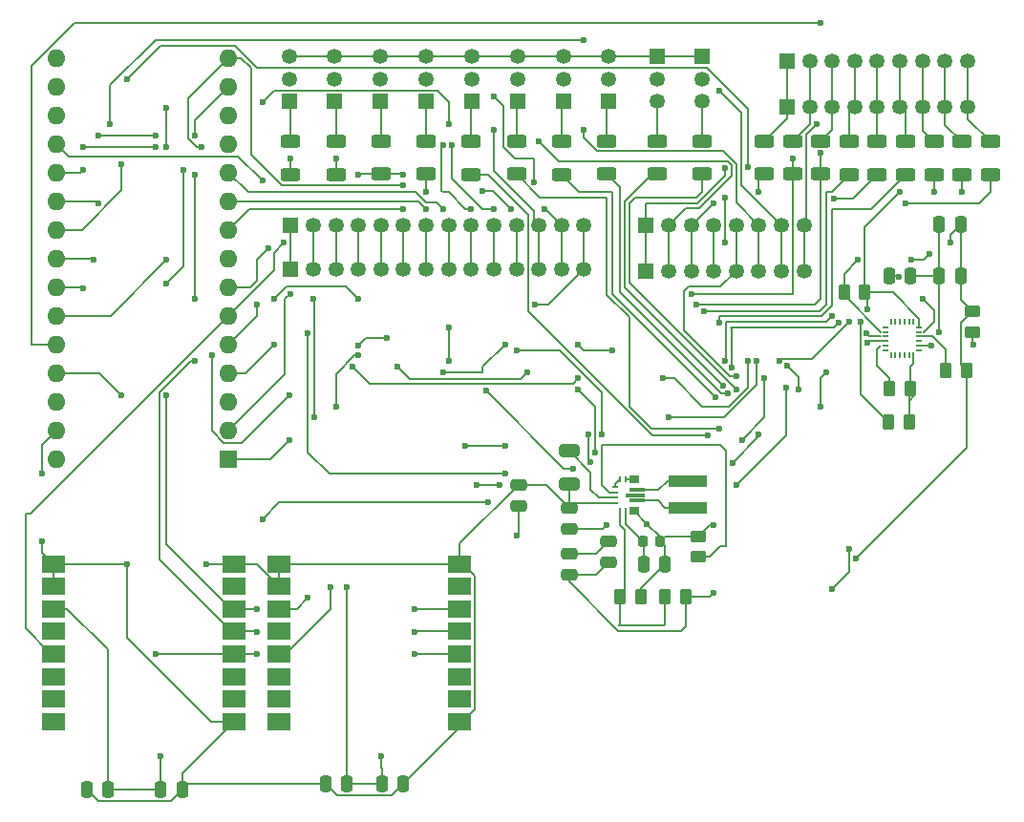
<source format=gbr>
%TF.GenerationSoftware,KiCad,Pcbnew,9.0.3*%
%TF.CreationDate,2025-07-24T22:11:21+07:00*%
%TF.ProjectId,flying thing that crashes,666c7969-6e67-4207-9468-696e67207468,rev?*%
%TF.SameCoordinates,Original*%
%TF.FileFunction,Copper,L1,Top*%
%TF.FilePolarity,Positive*%
%FSLAX45Y45*%
G04 Gerber Fmt 4.5, Leading zero omitted, Abs format (unit mm)*
G04 Created by KiCad (PCBNEW 9.0.3) date 2025-07-24 22:11:21*
%MOMM*%
%LPD*%
G01*
G04 APERTURE LIST*
G04 Aperture macros list*
%AMRoundRect*
0 Rectangle with rounded corners*
0 $1 Rounding radius*
0 $2 $3 $4 $5 $6 $7 $8 $9 X,Y pos of 4 corners*
0 Add a 4 corners polygon primitive as box body*
4,1,4,$2,$3,$4,$5,$6,$7,$8,$9,$2,$3,0*
0 Add four circle primitives for the rounded corners*
1,1,$1+$1,$2,$3*
1,1,$1+$1,$4,$5*
1,1,$1+$1,$6,$7*
1,1,$1+$1,$8,$9*
0 Add four rect primitives between the rounded corners*
20,1,$1+$1,$2,$3,$4,$5,0*
20,1,$1+$1,$4,$5,$6,$7,0*
20,1,$1+$1,$6,$7,$8,$9,0*
20,1,$1+$1,$8,$9,$2,$3,0*%
G04 Aperture macros list end*
%TA.AperFunction,SMDPad,CuDef*%
%ADD10RoundRect,0.250000X0.625000X-0.312500X0.625000X0.312500X-0.625000X0.312500X-0.625000X-0.312500X0*%
%TD*%
%TA.AperFunction,ComponentPad*%
%ADD11R,1.350000X1.350000*%
%TD*%
%TA.AperFunction,ComponentPad*%
%ADD12C,1.350000*%
%TD*%
%TA.AperFunction,SMDPad,CuDef*%
%ADD13RoundRect,0.250000X0.262500X0.450000X-0.262500X0.450000X-0.262500X-0.450000X0.262500X-0.450000X0*%
%TD*%
%TA.AperFunction,SMDPad,CuDef*%
%ADD14RoundRect,0.250000X-0.250000X-0.475000X0.250000X-0.475000X0.250000X0.475000X-0.250000X0.475000X0*%
%TD*%
%TA.AperFunction,SMDPad,CuDef*%
%ADD15R,2.000000X1.500000*%
%TD*%
%TA.AperFunction,SMDPad,CuDef*%
%ADD16RoundRect,0.250000X-0.262500X-0.450000X0.262500X-0.450000X0.262500X0.450000X-0.262500X0.450000X0*%
%TD*%
%TA.AperFunction,SMDPad,CuDef*%
%ADD17R,3.400000X0.980000*%
%TD*%
%TA.AperFunction,ComponentPad*%
%ADD18R,1.600000X1.600000*%
%TD*%
%TA.AperFunction,ComponentPad*%
%ADD19O,1.600000X1.600000*%
%TD*%
%TA.AperFunction,SMDPad,CuDef*%
%ADD20R,0.599999X0.240000*%
%TD*%
%TA.AperFunction,SMDPad,CuDef*%
%ADD21R,0.240000X0.599999*%
%TD*%
%TA.AperFunction,SMDPad,CuDef*%
%ADD22R,0.850001X0.700001*%
%TD*%
%TA.AperFunction,SMDPad,CuDef*%
%ADD23R,1.450000X0.349999*%
%TD*%
%TA.AperFunction,SMDPad,CuDef*%
%ADD24R,1.799999X0.349999*%
%TD*%
%TA.AperFunction,SMDPad,CuDef*%
%ADD25RoundRect,0.250000X0.650000X-0.325000X0.650000X0.325000X-0.650000X0.325000X-0.650000X-0.325000X0*%
%TD*%
%TA.AperFunction,SMDPad,CuDef*%
%ADD26RoundRect,0.225000X-0.225000X-0.250000X0.225000X-0.250000X0.225000X0.250000X-0.225000X0.250000X0*%
%TD*%
%TA.AperFunction,SMDPad,CuDef*%
%ADD27RoundRect,0.250000X0.475000X-0.250000X0.475000X0.250000X-0.475000X0.250000X-0.475000X-0.250000X0*%
%TD*%
%TA.AperFunction,SMDPad,CuDef*%
%ADD28RoundRect,0.250000X-0.450000X0.262500X-0.450000X-0.262500X0.450000X-0.262500X0.450000X0.262500X0*%
%TD*%
%TA.AperFunction,SMDPad,CuDef*%
%ADD29RoundRect,0.250000X-0.475000X0.250000X-0.475000X-0.250000X0.475000X-0.250000X0.475000X0.250000X0*%
%TD*%
%TA.AperFunction,SMDPad,CuDef*%
%ADD30RoundRect,0.050000X-0.050000X0.225000X-0.050000X-0.225000X0.050000X-0.225000X0.050000X0.225000X0*%
%TD*%
%TA.AperFunction,SMDPad,CuDef*%
%ADD31RoundRect,0.050000X-0.225000X-0.050000X0.225000X-0.050000X0.225000X0.050000X-0.225000X0.050000X0*%
%TD*%
%TA.AperFunction,SMDPad,CuDef*%
%ADD32RoundRect,0.250000X0.250000X0.475000X-0.250000X0.475000X-0.250000X-0.475000X0.250000X-0.475000X0*%
%TD*%
%TA.AperFunction,ViaPad*%
%ADD33C,0.600000*%
%TD*%
%TA.AperFunction,Conductor*%
%ADD34C,0.200000*%
%TD*%
%TA.AperFunction,Conductor*%
%ADD35C,0.150000*%
%TD*%
G04 APERTURE END LIST*
D10*
%TO.P,R7,1*%
%TO.N,PWM 3*%
X6150000Y-3146000D03*
%TO.P,R7,2*%
%TO.N,Net-(M2-PWM)*%
X6150000Y-2853500D03*
%TD*%
D11*
%TO.P,M5,1,PWM*%
%TO.N,Net-(M5-PWM)*%
X4950000Y-2496000D03*
D12*
%TO.P,M5,2,+*%
%TO.N,MVIN*%
X4950000Y-2296000D03*
%TO.P,M5,3,-*%
%TO.N,GND*%
X4950000Y-2096000D03*
%TD*%
D10*
%TO.P,R15,1*%
%TO.N,PWM 13*%
X9450000Y-3146000D03*
%TO.P,R15,2*%
%TO.N,Net-(J3-Pin_7)*%
X9450000Y-2853500D03*
%TD*%
%TO.P,R4,1*%
%TO.N,PWM 6*%
X4950000Y-3138500D03*
%TO.P,R4,2*%
%TO.N,Net-(M5-PWM)*%
X4950000Y-2846000D03*
%TD*%
%TO.P,R34,1*%
%TO.N,PWM 9*%
X3750000Y-3146000D03*
%TO.P,R34,2*%
%TO.N,Net-(M8-PWM)*%
X3750000Y-2853500D03*
%TD*%
D11*
%TO.P,J1,1,Pin_1*%
%TO.N,GND*%
X6995000Y-2096000D03*
D12*
%TO.P,J1,2,Pin_2*%
%TO.N,MVIN*%
X6995000Y-2296000D03*
%TO.P,J1,3,Pin_3*%
%TO.N,Net-(J1-Pin_3)*%
X6995000Y-2496000D03*
%TD*%
D13*
%TO.P,R31,1*%
%TO.N,3V3*%
X9741250Y-4881000D03*
%TO.P,R31,2*%
%TO.N,NCS*%
X9558750Y-4881000D03*
%TD*%
D10*
%TO.P,R16,1*%
%TO.N,PWM 14*%
X9700000Y-3146000D03*
%TO.P,R16,2*%
%TO.N,Net-(J3-Pin_8)*%
X9700000Y-2853500D03*
%TD*%
D14*
%TO.P,C19,1*%
%TO.N,3V3*%
X2600000Y-8600000D03*
%TO.P,C19,2*%
%TO.N,GND*%
X2790000Y-8600000D03*
%TD*%
D11*
%TO.P,J2,1,Pin_1*%
%TO.N,GND*%
X7400000Y-2096000D03*
D12*
%TO.P,J2,2,Pin_2*%
%TO.N,MVIN*%
X7400000Y-2296000D03*
%TO.P,J2,3,Pin_3*%
%TO.N,Net-(J2-Pin_3)*%
X7400000Y-2496000D03*
%TD*%
D15*
%TO.P,U3,1,GND*%
%TO.N,GND*%
X1650000Y-6596000D03*
%TO.P,U3,2,GND*%
X1650000Y-6796000D03*
%TO.P,U3,3,VDD*%
%TO.N,3V3*%
X1650000Y-6996000D03*
%TO.P,U3,4,~{RESET}*%
%TO.N,RSTL2*%
X1650000Y-7196000D03*
%TO.P,U3,5,DIO0*%
%TO.N,D3*%
X1650000Y-7396000D03*
%TO.P,U3,6,DIO1*%
%TO.N,unconnected-(U3-DIO1-Pad6)*%
X1650000Y-7596000D03*
%TO.P,U3,7,DIO2*%
%TO.N,unconnected-(U3-DIO2-Pad7)*%
X1650000Y-7796000D03*
%TO.P,U3,8,DIO3*%
%TO.N,unconnected-(U3-DIO3-Pad8)*%
X1650000Y-7996000D03*
%TO.P,U3,9,GND*%
%TO.N,GND*%
X3250000Y-7996000D03*
%TO.P,U3,10,DIO4*%
%TO.N,unconnected-(U3-DIO4-Pad10)*%
X3250000Y-7796000D03*
%TO.P,U3,11,DIO5*%
%TO.N,unconnected-(U3-DIO5-Pad11)*%
X3250000Y-7596000D03*
%TO.P,U3,12,SCK*%
%TO.N,D13*%
X3250000Y-7396000D03*
%TO.P,U3,13,MISO*%
%TO.N,D12*%
X3250000Y-7196000D03*
%TO.P,U3,14,MOSI*%
%TO.N,D11*%
X3250000Y-6996000D03*
%TO.P,U3,15,~{NSS}*%
%TO.N,SSLR2*%
X3250000Y-6796000D03*
%TO.P,U3,16,GND*%
%TO.N,GND*%
X3250000Y-6596000D03*
%TD*%
D16*
%TO.P,R27,1*%
%TO.N,3V3*%
X8657500Y-4189750D03*
%TO.P,R27,2*%
%TO.N,A4*%
X8840000Y-4189750D03*
%TD*%
D10*
%TO.P,R33,1*%
%TO.N,PWM 8*%
X4150000Y-3146000D03*
%TO.P,R33,2*%
%TO.N,Net-(M7-PWM)*%
X4150000Y-2853500D03*
%TD*%
D14*
%TO.P,C14,1*%
%TO.N,GND*%
X9500000Y-3589750D03*
%TO.P,C14,2*%
%TO.N,3V3*%
X9690000Y-3589750D03*
%TD*%
D17*
%TO.P,L1,1,1*%
%TO.N,Net-(U6-L1)*%
X7268250Y-5859500D03*
%TO.P,L1,2,2*%
%TO.N,Net-(U6-L2)*%
X7268250Y-6096500D03*
%TD*%
D11*
%TO.P,M3,1,PWM*%
%TO.N,Net-(M3-PWM)*%
X5760000Y-2496000D03*
D12*
%TO.P,M3,2,+*%
%TO.N,MVIN*%
X5760000Y-2296000D03*
%TO.P,M3,3,-*%
%TO.N,GND*%
X5760000Y-2096000D03*
%TD*%
D10*
%TO.P,R13,1*%
%TO.N,PWM 11*%
X8950000Y-3146000D03*
%TO.P,R13,2*%
%TO.N,Net-(J3-Pin_5)*%
X8950000Y-2853500D03*
%TD*%
D11*
%TO.P,M6,1,PWM*%
%TO.N,Net-(M6-PWM)*%
X4545000Y-2496000D03*
D12*
%TO.P,M6,2,+*%
%TO.N,MVIN*%
X4545000Y-2296000D03*
%TO.P,M6,3,-*%
%TO.N,GND*%
X4545000Y-2096000D03*
%TD*%
D16*
%TO.P,R30,1*%
%TO.N,AD0*%
X9050000Y-5339750D03*
%TO.P,R30,2*%
%TO.N,GND*%
X9232500Y-5339750D03*
%TD*%
D11*
%TO.P,J7,1,Pin_1*%
%TO.N,D0*%
X3750000Y-3981000D03*
D12*
%TO.P,J7,2,Pin_2*%
%TO.N,D1*%
X3950000Y-3981000D03*
%TO.P,J7,3,Pin_3*%
%TO.N,D2*%
X4150000Y-3981000D03*
%TO.P,J7,4,Pin_4*%
%TO.N,D3*%
X4350000Y-3981000D03*
%TO.P,J7,5,Pin_5*%
%TO.N,D4*%
X4550000Y-3981000D03*
%TO.P,J7,6,Pin_6*%
%TO.N,D5*%
X4750000Y-3981000D03*
%TO.P,J7,7,Pin_7*%
%TO.N,D6*%
X4950000Y-3981000D03*
%TO.P,J7,8,Pin_8*%
%TO.N,D7*%
X5150000Y-3981000D03*
%TO.P,J7,9,Pin_9*%
%TO.N,D8*%
X5350000Y-3981000D03*
%TO.P,J7,10,Pin_10*%
%TO.N,D9*%
X5550000Y-3981000D03*
%TO.P,J7,11,Pin_11*%
%TO.N,D10*%
X5750000Y-3981000D03*
%TO.P,J7,12,Pin_12*%
%TO.N,D11*%
X5950000Y-3981000D03*
%TO.P,J7,13,Pin_13*%
%TO.N,D12*%
X6150000Y-3981000D03*
%TO.P,J7,14,Pin_14*%
%TO.N,D13*%
X6350000Y-3981000D03*
%TD*%
D10*
%TO.P,R32,1*%
%TO.N,PWM 7*%
X4550000Y-3138500D03*
%TO.P,R32,2*%
%TO.N,Net-(M6-PWM)*%
X4550000Y-2846000D03*
%TD*%
D11*
%TO.P,M1,1,PWM*%
%TO.N,Net-(M1-PWM)*%
X6570000Y-2496000D03*
D12*
%TO.P,M1,2,+*%
%TO.N,MVIN*%
X6570000Y-2296000D03*
%TO.P,M1,3,-*%
%TO.N,GND*%
X6570000Y-2096000D03*
%TD*%
D18*
%TO.P,A1,1,D1/TX*%
%TO.N,D1*%
X3200000Y-5666000D03*
D19*
%TO.P,A1,2,D0/RX*%
%TO.N,D0*%
X3200000Y-5412000D03*
%TO.P,A1,3,~{RESET}*%
%TO.N,unconnected-(A1-~{RESET}-Pad3)*%
X3200000Y-5158000D03*
%TO.P,A1,4,GND*%
%TO.N,GND*%
X3200000Y-4904000D03*
%TO.P,A1,5,D2*%
%TO.N,D2*%
X3200000Y-4650000D03*
%TO.P,A1,6,D3*%
%TO.N,D3*%
X3200000Y-4396000D03*
%TO.P,A1,7,D4*%
%TO.N,D4*%
X3200000Y-4142000D03*
%TO.P,A1,8,D5*%
%TO.N,D5*%
X3200000Y-3888000D03*
%TO.P,A1,9,D6*%
%TO.N,D6*%
X3200000Y-3634000D03*
%TO.P,A1,10,D7*%
%TO.N,D7*%
X3200000Y-3380000D03*
%TO.P,A1,11,D8*%
%TO.N,D8*%
X3200000Y-3126000D03*
%TO.P,A1,12,D9*%
%TO.N,D9*%
X3200000Y-2872000D03*
%TO.P,A1,13,D10*%
%TO.N,D10*%
X3200000Y-2618000D03*
%TO.P,A1,14,D11*%
%TO.N,D11*%
X3200000Y-2364000D03*
%TO.P,A1,15,D12*%
%TO.N,D12*%
X3200000Y-2110000D03*
%TO.P,A1,16,D13*%
%TO.N,D13*%
X1676000Y-2110000D03*
%TO.P,A1,17,3V3*%
%TO.N,unconnected-(A1-3V3-Pad17)*%
X1676000Y-2364000D03*
%TO.P,A1,18,AREF*%
%TO.N,AREF*%
X1676000Y-2618000D03*
%TO.P,A1,19,A0*%
%TO.N,A0*%
X1676000Y-2872000D03*
%TO.P,A1,20,A1*%
%TO.N,A1*%
X1676000Y-3126000D03*
%TO.P,A1,21,A2*%
%TO.N,A2*%
X1676000Y-3380000D03*
%TO.P,A1,22,A3*%
%TO.N,A3*%
X1676000Y-3634000D03*
%TO.P,A1,23,A4*%
%TO.N,A4*%
X1676000Y-3888000D03*
%TO.P,A1,24,A5*%
%TO.N,A5*%
X1676000Y-4142000D03*
%TO.P,A1,25,A6*%
%TO.N,A6*%
X1676000Y-4396000D03*
%TO.P,A1,26,A7*%
%TO.N,A7*%
X1676000Y-4650000D03*
%TO.P,A1,27,+5V*%
%TO.N,5V*%
X1676000Y-4904000D03*
%TO.P,A1,28,~{RESET}*%
%TO.N,unconnected-(A1-~{RESET}-Pad28)*%
X1676000Y-5158000D03*
%TO.P,A1,29,GND*%
%TO.N,GND*%
X1676000Y-5412000D03*
%TO.P,A1,30,VIN*%
%TO.N,unconnected-(A1-VIN-Pad30)*%
X1676000Y-5666000D03*
%TD*%
D20*
%TO.P,U6,1,PS_SYNC*%
%TO.N,GND*%
X6625750Y-5911500D03*
%TO.P,U6,2,PG*%
%TO.N,Net-(U6-PG)*%
X6625750Y-5961500D03*
%TO.P,U6,3,VAUX*%
%TO.N,Net-(U6-VAUX)*%
X6625750Y-6011500D03*
%TO.P,U6,4,GND*%
%TO.N,GND*%
X6625750Y-6061500D03*
D21*
%TO.P,U6,5,FB*%
%TO.N,Net-(U6-FB)*%
X6668250Y-6126500D03*
%TO.P,U6,6,FB2*%
%TO.N,GND*%
X6718250Y-6126500D03*
D22*
%TO.P,U6,7,VOUT*%
%TO.N,5V*%
X6793250Y-6126500D03*
%TO.P,U6,8,VOUT*%
X6793250Y-6126500D03*
D23*
%TO.P,U6,9,L2*%
%TO.N,Net-(U6-L2)*%
X6818250Y-6036500D03*
D24*
%TO.P,U6,10,PGND*%
%TO.N,GND*%
X6800750Y-5986500D03*
D23*
%TO.P,U6,11,L1*%
%TO.N,Net-(U6-L1)*%
X6818250Y-5936500D03*
D22*
%TO.P,U6,12,VIN*%
%TO.N,VIN*%
X6793250Y-5846500D03*
%TO.P,U6,13,VIN*%
X6793250Y-5846500D03*
D21*
%TO.P,U6,14,EN*%
X6718250Y-5846500D03*
%TO.P,U6,15,VSEL*%
%TO.N,GND*%
X6668250Y-5846500D03*
%TD*%
D14*
%TO.P,C17,1*%
%TO.N,GND*%
X4060000Y-8550000D03*
%TO.P,C17,2*%
%TO.N,3V3*%
X4250000Y-8550000D03*
%TD*%
D25*
%TO.P,C8,1*%
%TO.N,GND*%
X6218250Y-5891500D03*
%TO.P,C8,2*%
%TO.N,Net-(U6-VAUX)*%
X6218250Y-5596500D03*
%TD*%
D13*
%TO.P,R18,1*%
%TO.N,5V*%
X6850750Y-6891500D03*
%TO.P,R18,2*%
%TO.N,Net-(U6-FB)*%
X6668250Y-6891500D03*
%TD*%
D11*
%TO.P,M7,1,PWM*%
%TO.N,Net-(M7-PWM)*%
X4140000Y-2496000D03*
D12*
%TO.P,M7,2,+*%
%TO.N,MVIN*%
X4140000Y-2296000D03*
%TO.P,M7,3,-*%
%TO.N,GND*%
X4140000Y-2096000D03*
%TD*%
D14*
%TO.P,C13,1*%
%TO.N,GND*%
X9500000Y-4039750D03*
%TO.P,C13,2*%
%TO.N,3V3*%
X9690000Y-4039750D03*
%TD*%
D16*
%TO.P,R19,1*%
%TO.N,Net-(U6-FB)*%
X7068250Y-6886500D03*
%TO.P,R19,2*%
%TO.N,GND*%
X7250750Y-6886500D03*
%TD*%
D10*
%TO.P,R2,1*%
%TO.N,PWM 0*%
X7000000Y-3138500D03*
%TO.P,R2,2*%
%TO.N,Net-(J1-Pin_3)*%
X7000000Y-2846000D03*
%TD*%
D16*
%TO.P,R29,1*%
%TO.N,FSYNC*%
X9057500Y-5039750D03*
%TO.P,R29,2*%
%TO.N,GND*%
X9240000Y-5039750D03*
%TD*%
D11*
%TO.P,J8,1,Pin_1*%
%TO.N,D0*%
X3750000Y-3596000D03*
D12*
%TO.P,J8,2,Pin_2*%
%TO.N,D1*%
X3950000Y-3596000D03*
%TO.P,J8,3,Pin_3*%
%TO.N,D2*%
X4150000Y-3596000D03*
%TO.P,J8,4,Pin_4*%
%TO.N,D3*%
X4350000Y-3596000D03*
%TO.P,J8,5,Pin_5*%
%TO.N,D4*%
X4550000Y-3596000D03*
%TO.P,J8,6,Pin_6*%
%TO.N,D5*%
X4750000Y-3596000D03*
%TO.P,J8,7,Pin_7*%
%TO.N,D6*%
X4950000Y-3596000D03*
%TO.P,J8,8,Pin_8*%
%TO.N,D7*%
X5150000Y-3596000D03*
%TO.P,J8,9,Pin_9*%
%TO.N,D8*%
X5350000Y-3596000D03*
%TO.P,J8,10,Pin_10*%
%TO.N,D9*%
X5550000Y-3596000D03*
%TO.P,J8,11,Pin_11*%
%TO.N,D10*%
X5750000Y-3596000D03*
%TO.P,J8,12,Pin_12*%
%TO.N,D11*%
X5950000Y-3596000D03*
%TO.P,J8,13,Pin_13*%
%TO.N,D12*%
X6150000Y-3596000D03*
%TO.P,J8,14,Pin_14*%
%TO.N,D13*%
X6350000Y-3596000D03*
%TD*%
D26*
%TO.P,C9,1*%
%TO.N,GND*%
X6868250Y-6396500D03*
%TO.P,C9,2*%
%TO.N,5V*%
X7023250Y-6396500D03*
%TD*%
D27*
%TO.P,C12,1*%
%TO.N,5V*%
X6218250Y-6286500D03*
%TO.P,C12,2*%
%TO.N,GND*%
X6218250Y-6096500D03*
%TD*%
D28*
%TO.P,R28,1*%
%TO.N,3V3*%
X9790000Y-4357250D03*
%TO.P,R28,2*%
%TO.N,A5*%
X9790000Y-4539750D03*
%TD*%
D29*
%TO.P,C7,1*%
%TO.N,VIN*%
X6218250Y-6506500D03*
%TO.P,C7,2*%
%TO.N,GND*%
X6218250Y-6696500D03*
%TD*%
D10*
%TO.P,R8,1*%
%TO.N,PWM 2*%
X6550000Y-3138500D03*
%TO.P,R8,2*%
%TO.N,Net-(M1-PWM)*%
X6550000Y-2846000D03*
%TD*%
%TO.P,R14,1*%
%TO.N,PWM 12*%
X9200000Y-3146000D03*
%TO.P,R14,2*%
%TO.N,Net-(J3-Pin_6)*%
X9200000Y-2853500D03*
%TD*%
D11*
%TO.P,J5,1,Pin_1*%
%TO.N,A0*%
X6900000Y-4000000D03*
D12*
%TO.P,J5,2,Pin_2*%
%TO.N,A1*%
X7100000Y-4000000D03*
%TO.P,J5,3,Pin_3*%
%TO.N,A2*%
X7300000Y-4000000D03*
%TO.P,J5,4,Pin_4*%
%TO.N,A3*%
X7500000Y-4000000D03*
%TO.P,J5,5,Pin_5*%
%TO.N,A4*%
X7700000Y-4000000D03*
%TO.P,J5,6,Pin_6*%
%TO.N,A5*%
X7900000Y-4000000D03*
%TO.P,J5,7,Pin_7*%
%TO.N,A6*%
X8100000Y-4000000D03*
%TO.P,J5,8,Pin_8*%
%TO.N,A7*%
X8300000Y-4000000D03*
%TD*%
D10*
%TO.P,R12,1*%
%TO.N,PWM 10*%
X8700000Y-3146000D03*
%TO.P,R12,2*%
%TO.N,Net-(J3-Pin_4)*%
X8700000Y-2853500D03*
%TD*%
D11*
%TO.P,M8,1,PWM*%
%TO.N,Net-(M8-PWM)*%
X3735000Y-2496000D03*
D12*
%TO.P,M8,2,+*%
%TO.N,MVIN*%
X3735000Y-2296000D03*
%TO.P,M8,3,-*%
%TO.N,GND*%
X3735000Y-2096000D03*
%TD*%
D14*
%TO.P,C15,1*%
%TO.N,Net-(U5-REGOUT)*%
X9055000Y-4039750D03*
%TO.P,C15,2*%
%TO.N,GND*%
X9245000Y-4039750D03*
%TD*%
%TO.P,C16,1*%
%TO.N,3V3*%
X4560000Y-8550000D03*
%TO.P,C16,2*%
%TO.N,GND*%
X4750000Y-8550000D03*
%TD*%
%TO.P,C18,1*%
%TO.N,GND*%
X1940000Y-8600000D03*
%TO.P,C18,2*%
%TO.N,3V3*%
X2130000Y-8600000D03*
%TD*%
D15*
%TO.P,U2,1,GND*%
%TO.N,GND*%
X3650000Y-6596000D03*
%TO.P,U2,2,GND*%
X3650000Y-6796000D03*
%TO.P,U2,3,VDD*%
%TO.N,3V3*%
X3650000Y-6996000D03*
%TO.P,U2,4,~{RESET}*%
%TO.N,RSTL1*%
X3650000Y-7196000D03*
%TO.P,U2,5,DIO0*%
%TO.N,D4*%
X3650000Y-7396000D03*
%TO.P,U2,6,DIO1*%
%TO.N,unconnected-(U2-DIO1-Pad6)*%
X3650000Y-7596000D03*
%TO.P,U2,7,DIO2*%
%TO.N,unconnected-(U2-DIO2-Pad7)*%
X3650000Y-7796000D03*
%TO.P,U2,8,DIO3*%
%TO.N,unconnected-(U2-DIO3-Pad8)*%
X3650000Y-7996000D03*
%TO.P,U2,9,GND*%
%TO.N,GND*%
X5250000Y-7996000D03*
%TO.P,U2,10,DIO4*%
%TO.N,unconnected-(U2-DIO4-Pad10)*%
X5250000Y-7796000D03*
%TO.P,U2,11,DIO5*%
%TO.N,unconnected-(U2-DIO5-Pad11)*%
X5250000Y-7596000D03*
%TO.P,U2,12,SCK*%
%TO.N,D13*%
X5250000Y-7396000D03*
%TO.P,U2,13,MISO*%
%TO.N,D12*%
X5250000Y-7196000D03*
%TO.P,U2,14,MOSI*%
%TO.N,D11*%
X5250000Y-6996000D03*
%TO.P,U2,15,~{NSS}*%
%TO.N,SSLR1*%
X5250000Y-6796000D03*
%TO.P,U2,16,GND*%
%TO.N,GND*%
X5250000Y-6596000D03*
%TD*%
D30*
%TO.P,U5,1,RESV_VDDIO*%
%TO.N,3V3*%
X9270000Y-4450000D03*
%TO.P,U5,2*%
%TO.N,N/C*%
X9230000Y-4450000D03*
%TO.P,U5,3*%
X9190000Y-4450000D03*
%TO.P,U5,4*%
X9150000Y-4450000D03*
%TO.P,U5,5*%
X9110000Y-4450000D03*
%TO.P,U5,6*%
X9070000Y-4450000D03*
D31*
%TO.P,U5,7,AUX_CL*%
%TO.N,ECL*%
X9020000Y-4500000D03*
%TO.P,U5,8,VDDIO*%
%TO.N,3V3*%
X9020000Y-4540000D03*
%TO.P,U5,9,AD0/MISO*%
%TO.N,AD0*%
X9020000Y-4580000D03*
%TO.P,U5,10,REGOUT*%
%TO.N,Net-(U5-REGOUT)*%
X9020000Y-4620000D03*
%TO.P,U5,11,FSYNC*%
%TO.N,FSYNC*%
X9020000Y-4660000D03*
%TO.P,U5,12,INT*%
%TO.N,unconnected-(U5-INT-Pad12)*%
X9020000Y-4700000D03*
D30*
%TO.P,U5,13,VDD*%
%TO.N,3V3*%
X9070000Y-4750000D03*
%TO.P,U5,14*%
%TO.N,N/C*%
X9110000Y-4750000D03*
%TO.P,U5,15*%
X9150000Y-4750000D03*
%TO.P,U5,16*%
X9190000Y-4750000D03*
%TO.P,U5,17*%
X9230000Y-4750000D03*
%TO.P,U5,18,GND*%
%TO.N,GND*%
X9270000Y-4750000D03*
D31*
%TO.P,U5,19*%
%TO.N,N/C*%
X9320000Y-4700000D03*
%TO.P,U5,20,RESV_GND*%
%TO.N,GND*%
X9320000Y-4660000D03*
%TO.P,U5,21,AUX_DA*%
%TO.N,EDA*%
X9320000Y-4620000D03*
%TO.P,U5,22,~{CS}*%
%TO.N,NCS*%
X9320000Y-4580000D03*
%TO.P,U5,23,SCL/SCLK*%
%TO.N,A5*%
X9320000Y-4540000D03*
%TO.P,U5,24,SDA/MOSI*%
%TO.N,A4*%
X9320000Y-4500000D03*
%TD*%
D27*
%TO.P,C6,1*%
%TO.N,GND*%
X6568250Y-6586500D03*
%TO.P,C6,2*%
%TO.N,VIN*%
X6568250Y-6396500D03*
%TD*%
D11*
%TO.P,J4,1,Pin_1*%
%TO.N,Net-(J3-Pin_1)*%
X8150000Y-2141000D03*
D12*
%TO.P,J4,2,Pin_2*%
%TO.N,Net-(J3-Pin_2)*%
X8350000Y-2141000D03*
%TO.P,J4,3,Pin_3*%
%TO.N,Net-(J3-Pin_3)*%
X8550000Y-2141000D03*
%TO.P,J4,4,Pin_4*%
%TO.N,Net-(J3-Pin_4)*%
X8750000Y-2141000D03*
%TO.P,J4,5,Pin_5*%
%TO.N,Net-(J3-Pin_5)*%
X8950000Y-2141000D03*
%TO.P,J4,6,Pin_6*%
%TO.N,Net-(J3-Pin_6)*%
X9150000Y-2141000D03*
%TO.P,J4,7,Pin_7*%
%TO.N,Net-(J3-Pin_7)*%
X9350000Y-2141000D03*
%TO.P,J4,8,Pin_8*%
%TO.N,Net-(J3-Pin_8)*%
X9550000Y-2141000D03*
%TO.P,J4,9,Pin_9*%
%TO.N,Net-(J3-Pin_9)*%
X9750000Y-2141000D03*
%TD*%
D28*
%TO.P,R20,1*%
%TO.N,5V*%
X7359500Y-6354000D03*
%TO.P,R20,2*%
%TO.N,Net-(U6-PG)*%
X7359500Y-6536500D03*
%TD*%
D11*
%TO.P,M2,1,PWM*%
%TO.N,Net-(M2-PWM)*%
X6165000Y-2496000D03*
D12*
%TO.P,M2,2,+*%
%TO.N,MVIN*%
X6165000Y-2296000D03*
%TO.P,M2,3,-*%
%TO.N,GND*%
X6165000Y-2096000D03*
%TD*%
D11*
%TO.P,J6,1,Pin_1*%
%TO.N,A0*%
X6900000Y-3595000D03*
D12*
%TO.P,J6,2,Pin_2*%
%TO.N,A1*%
X7100000Y-3595000D03*
%TO.P,J6,3,Pin_3*%
%TO.N,A2*%
X7300000Y-3595000D03*
%TO.P,J6,4,Pin_4*%
%TO.N,A3*%
X7500000Y-3595000D03*
%TO.P,J6,5,Pin_5*%
%TO.N,A4*%
X7700000Y-3595000D03*
%TO.P,J6,6,Pin_6*%
%TO.N,A5*%
X7900000Y-3595000D03*
%TO.P,J6,7,Pin_7*%
%TO.N,A6*%
X8100000Y-3595000D03*
%TO.P,J6,8,Pin_8*%
%TO.N,A7*%
X8300000Y-3595000D03*
%TD*%
D10*
%TO.P,R9,1*%
%TO.N,PWM 7*%
X7950000Y-3138500D03*
%TO.P,R9,2*%
%TO.N,Net-(J3-Pin_1)*%
X7950000Y-2846000D03*
%TD*%
D27*
%TO.P,C11,1*%
%TO.N,5V*%
X5768250Y-6086500D03*
%TO.P,C11,2*%
%TO.N,GND*%
X5768250Y-5896500D03*
%TD*%
D10*
%TO.P,R6,1*%
%TO.N,PWM 4*%
X5750000Y-3138500D03*
%TO.P,R6,2*%
%TO.N,Net-(M3-PWM)*%
X5750000Y-2846000D03*
%TD*%
%TO.P,R3,1*%
%TO.N,PWM 1*%
X7400000Y-3138500D03*
%TO.P,R3,2*%
%TO.N,Net-(J2-Pin_3)*%
X7400000Y-2846000D03*
%TD*%
%TO.P,R11,1*%
%TO.N,PWM 9*%
X8450000Y-3138500D03*
%TO.P,R11,2*%
%TO.N,Net-(J3-Pin_3)*%
X8450000Y-2846000D03*
%TD*%
D11*
%TO.P,J3,1,Pin_1*%
%TO.N,Net-(J3-Pin_1)*%
X8150000Y-2546000D03*
D12*
%TO.P,J3,2,Pin_2*%
%TO.N,Net-(J3-Pin_2)*%
X8350000Y-2546000D03*
%TO.P,J3,3,Pin_3*%
%TO.N,Net-(J3-Pin_3)*%
X8550000Y-2546000D03*
%TO.P,J3,4,Pin_4*%
%TO.N,Net-(J3-Pin_4)*%
X8750000Y-2546000D03*
%TO.P,J3,5,Pin_5*%
%TO.N,Net-(J3-Pin_5)*%
X8950000Y-2546000D03*
%TO.P,J3,6,Pin_6*%
%TO.N,Net-(J3-Pin_6)*%
X9150000Y-2546000D03*
%TO.P,J3,7,Pin_7*%
%TO.N,Net-(J3-Pin_7)*%
X9350000Y-2546000D03*
%TO.P,J3,8,Pin_8*%
%TO.N,Net-(J3-Pin_8)*%
X9550000Y-2546000D03*
%TO.P,J3,9,Pin_9*%
%TO.N,Net-(J3-Pin_9)*%
X9750000Y-2546000D03*
%TD*%
D10*
%TO.P,R5,1*%
%TO.N,PWM 5*%
X5350000Y-3146000D03*
%TO.P,R5,2*%
%TO.N,Net-(M4-PWM)*%
X5350000Y-2853500D03*
%TD*%
D32*
%TO.P,C10,1*%
%TO.N,5V*%
X7068250Y-6596500D03*
%TO.P,C10,2*%
%TO.N,GND*%
X6878250Y-6596500D03*
%TD*%
D10*
%TO.P,R10,1*%
%TO.N,PWM 8*%
X8200000Y-3138500D03*
%TO.P,R10,2*%
%TO.N,Net-(J3-Pin_2)*%
X8200000Y-2846000D03*
%TD*%
%TO.P,R17,1*%
%TO.N,PWM 15*%
X9950000Y-3146000D03*
%TO.P,R17,2*%
%TO.N,Net-(J3-Pin_9)*%
X9950000Y-2853500D03*
%TD*%
D11*
%TO.P,M4,1,PWM*%
%TO.N,Net-(M4-PWM)*%
X5355000Y-2496000D03*
D12*
%TO.P,M4,2,+*%
%TO.N,MVIN*%
X5355000Y-2296000D03*
%TO.P,M4,3,-*%
%TO.N,GND*%
X5355000Y-2096000D03*
%TD*%
D33*
%TO.N,D2*%
X3450000Y-4300000D03*
%TO.N,D9*%
X5350000Y-3450100D03*
X5100000Y-2879900D03*
%TO.N,5V*%
X6550000Y-6250000D03*
X5500000Y-6050000D03*
X7500000Y-6250000D03*
X8150000Y-4842500D03*
X6908375Y-6241625D03*
X3500000Y-6200000D03*
X5750000Y-6350000D03*
X8250000Y-5050000D03*
X2250000Y-5100000D03*
%TO.N,D8*%
X5100000Y-3450100D03*
%TO.N,D6*%
X4750000Y-3450100D03*
%TO.N,A7*%
X8409809Y-2700785D03*
X8450000Y-1800000D03*
%TO.N,D7*%
X4950000Y-3450100D03*
%TO.N,D10*%
X5550000Y-3450100D03*
X5180000Y-2879900D03*
%TO.N,D1*%
X3960000Y-5300000D03*
X3950000Y-4250000D03*
X3740000Y-5500000D03*
%TO.N,GND*%
X8550000Y-6817500D03*
X9500000Y-4539750D03*
X8700000Y-6467500D03*
X6600000Y-4700000D03*
X9432574Y-4657177D03*
X3000000Y-6600000D03*
X1550000Y-5800000D03*
X1550000Y-6400000D03*
X8450000Y-5200000D03*
X7500000Y-6850000D03*
X2300000Y-6600000D03*
X6300000Y-4650000D03*
X8500000Y-4900000D03*
X3600000Y-4650000D03*
%TO.N,A2*%
X7500000Y-3400000D03*
X2050000Y-3400000D03*
X5550000Y-2450000D03*
X5906353Y-3210000D03*
X2550000Y-2800000D03*
X2050000Y-2800000D03*
%TO.N,D4*%
X4100000Y-6800000D03*
X3550000Y-3800000D03*
%TO.N,D12*%
X2900000Y-4800000D03*
X2960000Y-2900000D03*
X4850000Y-7200000D03*
X6000000Y-3450100D03*
X3450000Y-7200000D03*
X2900000Y-4250000D03*
X2900000Y-3150000D03*
X4750000Y-3240000D03*
X5700000Y-3450100D03*
X5450000Y-3290000D03*
%TO.N,A3*%
X2250000Y-3050000D03*
X2300000Y-2300000D03*
X7806569Y-3078500D03*
%TO.N,D0*%
X3750000Y-4200000D03*
%TO.N,A4*%
X7700000Y-4929900D03*
X5650000Y-5550000D03*
X5300000Y-5550000D03*
X9150000Y-3300000D03*
X3740000Y-5100000D03*
X2000000Y-3900000D03*
X7750000Y-5500000D03*
X7950000Y-4950000D03*
X3050000Y-4750000D03*
X8863788Y-4336212D03*
X8700000Y-4450000D03*
X8086171Y-4794272D03*
%TO.N,D11*%
X2900000Y-2800000D03*
X5550000Y-2750000D03*
X2800000Y-3100000D03*
X3450000Y-7000000D03*
X4850000Y-7000000D03*
X2650000Y-4110000D03*
X2650000Y-5100000D03*
%TO.N,D13*%
X3600000Y-4250000D03*
X3450000Y-7400000D03*
X4850000Y-7400000D03*
X4350000Y-4250000D03*
X5912400Y-4300000D03*
X2550000Y-7400000D03*
%TO.N,A1*%
X1910000Y-2900000D03*
X3500000Y-2500000D03*
X2550000Y-2900000D03*
X1910000Y-3100000D03*
X5150000Y-2700000D03*
X5950000Y-2850000D03*
%TO.N,A5*%
X1910000Y-4150000D03*
X6350000Y-2750000D03*
X2150000Y-2700000D03*
X9350000Y-4250000D03*
X6350000Y-1950000D03*
X9800000Y-4650000D03*
%TO.N,A0*%
X7600000Y-3090000D03*
X3500000Y-3200000D03*
%TO.N,A6*%
X2650000Y-2900000D03*
X2650000Y-3900000D03*
X2650000Y-2550000D03*
X7550000Y-2400000D03*
%TO.N,D3*%
X3690000Y-3750000D03*
%TO.N,3V3*%
X8780000Y-3900000D03*
X9410000Y-3850000D03*
X3900000Y-6900000D03*
X2600000Y-8300000D03*
X8760000Y-6550000D03*
X9250000Y-3900000D03*
X4250000Y-6800000D03*
X9600000Y-3750000D03*
X4550000Y-8300000D03*
%TO.N,Net-(U5-REGOUT)*%
X8860000Y-4636698D03*
X9145000Y-4050000D03*
%TO.N,Net-(JP1-B)*%
X6300000Y-5050000D03*
X6449500Y-5610000D03*
%TO.N,Net-(JP2-B)*%
X5750000Y-4700000D03*
X7900000Y-5450000D03*
X6509500Y-5450000D03*
X6403301Y-5696698D03*
X6389500Y-5450000D03*
X7669500Y-5700000D03*
%TO.N,Net-(JP3-B)*%
X4350000Y-4660000D03*
X5150000Y-4800000D03*
X6250000Y-5750000D03*
X5480947Y-5060200D03*
X4600000Y-4590000D03*
X5150000Y-4500000D03*
%TO.N,Net-(JP4-B)*%
X5100000Y-4900000D03*
X3900000Y-4550000D03*
X5650000Y-5800000D03*
X5650000Y-4650000D03*
%TO.N,Net-(JP5-B)*%
X5850000Y-4900000D03*
X5600000Y-5900000D03*
X7700000Y-5900000D03*
X5400000Y-5900000D03*
X4700000Y-4850000D03*
X4150000Y-5200000D03*
X8145820Y-5034800D03*
X4350000Y-4750000D03*
%TO.N,Net-(JP6-B)*%
X7100000Y-5300000D03*
X7879999Y-4800493D03*
X4300000Y-4850000D03*
X6300000Y-4950000D03*
%TO.N,Net-(U1-~{OE})*%
X7800000Y-4800000D03*
X7050000Y-4950000D03*
%TO.N,PWM 0*%
X7582573Y-5017427D03*
%TO.N,PWM 1*%
X7700000Y-5050000D03*
%TO.N,PWM 6*%
X4950000Y-3300000D03*
%TO.N,PWM 5*%
X7450000Y-5460000D03*
%TO.N,PWM 4*%
X7550000Y-5400000D03*
%TO.N,PWM 3*%
X7512197Y-5116897D03*
%TO.N,PWM 2*%
X7627430Y-5083668D03*
%TO.N,PWM 7*%
X4750000Y-3150000D03*
X4350000Y-3150000D03*
X7900000Y-3300000D03*
X7600000Y-3350000D03*
X7600000Y-3750000D03*
%TO.N,PWM 8*%
X8200000Y-3000000D03*
X4150000Y-3000000D03*
X7300000Y-4200000D03*
%TO.N,PWM 9*%
X3750000Y-3000000D03*
X8450000Y-2952250D03*
X7350000Y-4300000D03*
%TO.N,PWM 10*%
X7410000Y-4360000D03*
%TO.N,PWM 11*%
X8562178Y-3357778D03*
%TO.N,PWM 12*%
X7550000Y-4460000D03*
%TO.N,PWM 13*%
X7600000Y-4800000D03*
X8550000Y-4400000D03*
X9450000Y-3300000D03*
%TO.N,PWM 14*%
X9700000Y-3300000D03*
X7656569Y-4856569D03*
X8606569Y-4456569D03*
%TO.N,PWM 15*%
X9200000Y-3400000D03*
%TO.N,AD0*%
X8850000Y-4550000D03*
X8800000Y-4450000D03*
%TD*%
D34*
%TO.N,D5*%
X4750000Y-3596000D02*
X4750000Y-3981000D01*
%TO.N,D2*%
X4150000Y-3596000D02*
X4150000Y-3981000D01*
X3450000Y-4300000D02*
X3450000Y-4400000D01*
X3450000Y-4400000D02*
X3200000Y-4650000D01*
%TO.N,D9*%
X5087500Y-3287500D02*
X5087500Y-2892400D01*
X5350000Y-3450100D02*
X5300100Y-3450100D01*
X5150000Y-3300000D02*
X5100000Y-3300000D01*
X5300100Y-3450100D02*
X5150000Y-3300000D01*
X5550000Y-3596000D02*
X5550000Y-3981000D01*
X5100000Y-3300000D02*
X5087500Y-3287500D01*
X5087500Y-2892400D02*
X5100000Y-2879900D01*
%TO.N,5V*%
X3500000Y-6200000D02*
X3650000Y-6050000D01*
X3650000Y-6050000D02*
X5500000Y-6050000D01*
X7500000Y-6250000D02*
X7463500Y-6250000D01*
X6850750Y-6814000D02*
X7068250Y-6596500D01*
X7068250Y-6596500D02*
X7068250Y-6441500D01*
X6908375Y-6241625D02*
X7023250Y-6356500D01*
X6218250Y-6286500D02*
X6513500Y-6286500D01*
X1676000Y-4904000D02*
X2054000Y-4904000D01*
X7463500Y-6250000D02*
X7359500Y-6354000D01*
X7359500Y-6354000D02*
X7065750Y-6354000D01*
X5750000Y-6350000D02*
X5768250Y-6331750D01*
X6513500Y-6286500D02*
X6550000Y-6250000D01*
X6850750Y-6891500D02*
X6850750Y-6814000D01*
X5768250Y-6331750D02*
X5768250Y-6086500D01*
X2054000Y-4904000D02*
X2250000Y-5100000D01*
X6793250Y-6126500D02*
X6908375Y-6241625D01*
X8250000Y-5050000D02*
X8250000Y-4942500D01*
X8250000Y-4942500D02*
X8150000Y-4842500D01*
X7065750Y-6354000D02*
X7023250Y-6396500D01*
X7023250Y-6356500D02*
X7023250Y-6396500D01*
X7068250Y-6441500D02*
X7023250Y-6396500D01*
%TO.N,D8*%
X5100000Y-3450100D02*
X5039900Y-3390000D01*
X4946610Y-3390000D02*
X4856610Y-3300000D01*
X5350000Y-3596000D02*
X5350000Y-3981000D01*
X5039900Y-3390000D02*
X4946610Y-3390000D01*
X4856610Y-3300000D02*
X3374000Y-3300000D01*
X3374000Y-3300000D02*
X3200000Y-3126000D01*
%TO.N,D6*%
X3383900Y-3450100D02*
X3200000Y-3634000D01*
X4750000Y-3450100D02*
X3383900Y-3450100D01*
X4950000Y-3596000D02*
X4950000Y-3981000D01*
%TO.N,A7*%
X8317600Y-3577400D02*
X8317600Y-2792994D01*
X8300000Y-3595000D02*
X8317600Y-3577400D01*
X8317600Y-2792994D02*
X8409809Y-2700785D01*
X1450000Y-4650000D02*
X1676000Y-4650000D01*
X1450000Y-2180295D02*
X1450000Y-4650000D01*
X8450000Y-1800000D02*
X1830295Y-1800000D01*
X1830295Y-1800000D02*
X1450000Y-2180295D01*
X8300000Y-3595000D02*
X8300000Y-4000000D01*
%TO.N,D7*%
X5150000Y-3596000D02*
X5150000Y-3981000D01*
X4950000Y-3450100D02*
X4879900Y-3380000D01*
X4879900Y-3380000D02*
X3200000Y-3380000D01*
%TO.N,D10*%
X5750000Y-3596000D02*
X5750000Y-3981000D01*
X5180000Y-3180000D02*
X5180000Y-2879900D01*
X5550000Y-3450100D02*
X5450100Y-3450100D01*
X5450100Y-3450100D02*
X5180000Y-3180000D01*
%TO.N,D1*%
X3950000Y-4250000D02*
X3960100Y-4260100D01*
X3574000Y-5666000D02*
X3200000Y-5666000D01*
X3960100Y-4260100D02*
X3960100Y-5299900D01*
X3960100Y-5299900D02*
X3960000Y-5300000D01*
X3740000Y-5500000D02*
X3574000Y-5666000D01*
X3950000Y-3596000D02*
X3950000Y-3981000D01*
%TO.N,GND*%
X5275000Y-6596000D02*
X5250000Y-6596000D01*
X3650000Y-6596000D02*
X5250000Y-6596000D01*
X3650000Y-6796000D02*
X3450000Y-6596000D01*
X5275000Y-7996000D02*
X5380100Y-7890900D01*
X2042600Y-8702600D02*
X2687400Y-8702600D01*
X3600000Y-4650000D02*
X3346000Y-4904000D01*
X9320000Y-4660000D02*
X9429750Y-4660000D01*
X9270000Y-4750000D02*
X9270000Y-4819750D01*
X8450000Y-4950000D02*
X8500000Y-4900000D01*
X6625750Y-5889000D02*
X6668250Y-5846500D01*
X2790000Y-8600000D02*
X2790000Y-8456000D01*
X9500000Y-4039750D02*
X9245000Y-4039750D01*
X2300000Y-7250000D02*
X2300000Y-6600000D01*
X7500000Y-6850000D02*
X7463500Y-6886500D01*
X6878250Y-6596500D02*
X6878250Y-6406500D01*
X6018250Y-5896500D02*
X6218250Y-6096500D01*
X1550000Y-6496000D02*
X1650000Y-6596000D01*
X9240000Y-4849750D02*
X9240000Y-5039750D01*
X5250000Y-6414750D02*
X5768250Y-5896500D01*
X3250000Y-7996000D02*
X3046000Y-7996000D01*
X6218250Y-6696500D02*
X6458250Y-6696500D01*
X1940000Y-8600000D02*
X2042600Y-8702600D01*
X3735000Y-2096000D02*
X7400000Y-2096000D01*
X2687400Y-8702600D02*
X2790000Y-8600000D01*
X1550000Y-6400000D02*
X1550000Y-6496000D01*
X9240000Y-5079750D02*
X9232500Y-5087250D01*
X6218250Y-6755960D02*
X6218250Y-6696500D01*
X9429750Y-4660000D02*
X9432574Y-4657177D01*
X3346000Y-4904000D02*
X3200000Y-4904000D01*
X7209500Y-7190500D02*
X6652790Y-7190500D01*
X7250750Y-7149250D02*
X7209500Y-7190500D01*
X5380100Y-7890900D02*
X5380100Y-6701100D01*
X9270000Y-4819750D02*
X9240000Y-4849750D01*
X4060000Y-8550000D02*
X4162600Y-8652600D01*
X5250000Y-7996000D02*
X5250000Y-8050000D01*
X2296000Y-6596000D02*
X2300000Y-6600000D01*
X6458250Y-6696500D02*
X6568250Y-6586500D01*
X6718250Y-6246500D02*
X6718250Y-6126500D01*
X3104000Y-6596000D02*
X3250000Y-6596000D01*
X5250000Y-8050000D02*
X4750000Y-8550000D01*
X6625750Y-5911500D02*
X6625750Y-5889000D01*
X6868250Y-6396500D02*
X6718250Y-6246500D01*
X1676000Y-5412000D02*
X1550000Y-5538000D01*
X3450000Y-6596000D02*
X3250000Y-6596000D01*
X8450000Y-5200000D02*
X8450000Y-4950000D01*
X9500000Y-3589750D02*
X9500000Y-4039750D01*
X1650000Y-6596000D02*
X1650000Y-6796000D01*
X5768250Y-5896500D02*
X6018250Y-5896500D01*
X5250000Y-6596000D02*
X5250000Y-6414750D01*
X3100000Y-6600000D02*
X3104000Y-6596000D01*
X9240000Y-5139750D02*
X9270000Y-5109750D01*
X6878250Y-6406500D02*
X6868250Y-6396500D01*
X4647400Y-8652600D02*
X4750000Y-8550000D01*
X6253250Y-6061500D02*
X6218250Y-6096500D01*
X7250750Y-6886500D02*
X7250750Y-7149250D01*
X6652790Y-7190500D02*
X6218250Y-6755960D01*
X6600000Y-4700000D02*
X6350000Y-4700000D01*
X9232500Y-5087250D02*
X9232500Y-5339750D01*
X9240000Y-5039750D02*
X9240000Y-5079750D01*
X1650000Y-6596000D02*
X2296000Y-6596000D01*
X6218250Y-5891500D02*
X6218250Y-6096500D01*
X3046000Y-7996000D02*
X2300000Y-7250000D01*
X6350000Y-4700000D02*
X6300000Y-4650000D01*
X4162600Y-8652600D02*
X4647400Y-8652600D01*
X3000000Y-6600000D02*
X3100000Y-6600000D01*
X1550000Y-5538000D02*
X1550000Y-5800000D01*
X8550000Y-6817500D02*
X8700000Y-6667500D01*
X5250000Y-7996000D02*
X5275000Y-7996000D01*
X8700000Y-6667500D02*
X8700000Y-6467500D01*
X2840000Y-8550000D02*
X4060000Y-8550000D01*
X2790000Y-8456000D02*
X3250000Y-7996000D01*
X9500000Y-4039750D02*
X9500000Y-4539750D01*
X5380100Y-6701100D02*
X5275000Y-6596000D01*
X7463500Y-6886500D02*
X7250750Y-6886500D01*
X2790000Y-8600000D02*
X2840000Y-8550000D01*
X3650000Y-6596000D02*
X3650000Y-6796000D01*
X6625750Y-6061500D02*
X6253250Y-6061500D01*
%TO.N,A2*%
X7300000Y-3595000D02*
X7495000Y-3400000D01*
X5632400Y-2900766D02*
X5632400Y-2532400D01*
X2550000Y-2800000D02*
X2050000Y-2800000D01*
X5632400Y-2532400D02*
X5550000Y-2450000D01*
X7300000Y-3595000D02*
X7300000Y-4000000D01*
X1676000Y-3380000D02*
X2030000Y-3380000D01*
X5906353Y-3002687D02*
X5734321Y-3002687D01*
X5734321Y-3002687D02*
X5632400Y-2900766D01*
X5906353Y-3210000D02*
X5906353Y-3002687D01*
X7495000Y-3400000D02*
X7500000Y-3400000D01*
X2030000Y-3380000D02*
X2050000Y-3400000D01*
%TO.N,D4*%
X4100000Y-7000000D02*
X4100000Y-6800000D01*
X3704000Y-7396000D02*
X4100000Y-7000000D01*
X3650000Y-7396000D02*
X3704000Y-7396000D01*
X3392000Y-4142000D02*
X3200000Y-4142000D01*
X4550000Y-3596000D02*
X4550000Y-3981000D01*
X3450000Y-4089290D02*
X3394645Y-4144645D01*
X3394645Y-4144645D02*
X3392000Y-4142000D01*
X3550000Y-3800000D02*
X3450000Y-3900000D01*
X3450000Y-3900000D02*
X3450000Y-4089290D01*
%TO.N,D12*%
X2960000Y-2900000D02*
X2915006Y-2900000D01*
X2839900Y-2470100D02*
X3200000Y-2110000D01*
X2589900Y-6560900D02*
X2589900Y-5075106D01*
X2865006Y-4800000D02*
X2900000Y-4800000D01*
X5539900Y-3290000D02*
X5450000Y-3290000D01*
X5700000Y-3450100D02*
X5539900Y-3290000D01*
X2915006Y-2900000D02*
X2839900Y-2824894D01*
X3446000Y-7196000D02*
X3450000Y-7200000D01*
X6150000Y-3596000D02*
X6150000Y-3981000D01*
X2839900Y-2824894D02*
X2839900Y-2470100D01*
X3400000Y-2200000D02*
X3310000Y-2110000D01*
X2900000Y-4250000D02*
X2900000Y-3150000D01*
X3250000Y-7196000D02*
X3446000Y-7196000D01*
X3400000Y-2968366D02*
X3400000Y-2200000D01*
X6004100Y-3450100D02*
X6000000Y-3450100D01*
X3671634Y-3240000D02*
X3400000Y-2968366D01*
X3225000Y-7196000D02*
X2589900Y-6560900D01*
X6150000Y-3596000D02*
X6004100Y-3450100D01*
X2589900Y-5075106D02*
X2865006Y-4800000D01*
X4750000Y-3240000D02*
X3671634Y-3240000D01*
X4854000Y-7196000D02*
X5250000Y-7196000D01*
X4850000Y-7200000D02*
X4854000Y-7196000D01*
X3250000Y-7196000D02*
X3225000Y-7196000D01*
X3310000Y-2110000D02*
X3200000Y-2110000D01*
%TO.N,A3*%
X3256610Y-1999900D02*
X3455110Y-2198400D01*
X7440427Y-2198400D02*
X7806569Y-2564541D01*
X7806569Y-2564541D02*
X7806569Y-3078500D01*
X7500000Y-3595000D02*
X7500000Y-4000000D01*
X2600100Y-1999900D02*
X3256610Y-1999900D01*
X3455110Y-2198400D02*
X7440427Y-2198400D01*
X2250000Y-3284994D02*
X2250000Y-3050000D01*
X1900994Y-3634000D02*
X2250000Y-3284994D01*
X1676000Y-3634000D02*
X1900994Y-3634000D01*
X2300000Y-2300000D02*
X2600100Y-1999900D01*
%TO.N,D0*%
X3750000Y-4200000D02*
X3700000Y-4250000D01*
X3750000Y-3596000D02*
X3750000Y-3981000D01*
X3700000Y-4912000D02*
X3200000Y-5412000D01*
X3700000Y-4250000D02*
X3700000Y-4912000D01*
%TO.N,A4*%
X8863788Y-4213538D02*
X8840000Y-4189750D01*
X1988000Y-3888000D02*
X1676000Y-3888000D01*
X8086171Y-4794272D02*
X8098043Y-4782400D01*
X7239900Y-4175106D02*
X7239900Y-4524894D01*
X8367600Y-4782400D02*
X8700000Y-4450000D01*
X7239900Y-4524894D02*
X7644906Y-4929900D01*
X7950000Y-4950000D02*
X7950000Y-5300000D01*
X3740000Y-5100000D02*
X3317900Y-5522100D01*
X7644906Y-4929900D02*
X7700000Y-4929900D01*
X3154395Y-5522100D02*
X3050000Y-5417705D01*
X5650000Y-5550000D02*
X5300000Y-5550000D01*
X8840000Y-3610000D02*
X9150000Y-3300000D01*
X7950000Y-5300000D02*
X7750000Y-5500000D01*
X8840000Y-4189750D02*
X8840000Y-3610000D01*
X7275106Y-4139900D02*
X7239900Y-4175106D01*
X3317900Y-5522100D02*
X3154395Y-5522100D01*
X3050000Y-5417705D02*
X3050000Y-4750000D01*
X7700000Y-4000000D02*
X7560100Y-4139900D01*
X7560100Y-4139900D02*
X7275106Y-4139900D01*
X8863788Y-4336212D02*
X8863788Y-4213538D01*
X8840000Y-4189750D02*
X9087027Y-4189750D01*
X2000000Y-3900000D02*
X1988000Y-3888000D01*
X9087027Y-4189750D02*
X9320000Y-4422723D01*
X9320000Y-4422723D02*
X9320000Y-4500000D01*
X8098043Y-4782400D02*
X8367600Y-4782400D01*
X7700000Y-3595000D02*
X7700000Y-4000000D01*
%TO.N,D11*%
X2650000Y-4110000D02*
X2800000Y-3960000D01*
X5550000Y-2750000D02*
X5550000Y-3110866D01*
X3446000Y-6996000D02*
X3450000Y-7000000D01*
X2650000Y-6421000D02*
X2650000Y-5100000D01*
X5950000Y-3596000D02*
X5950000Y-3981000D01*
X3250000Y-6996000D02*
X3225000Y-6996000D01*
X3250000Y-6996000D02*
X3446000Y-6996000D01*
X5909900Y-3555900D02*
X5950000Y-3596000D01*
X2900000Y-2800000D02*
X2900000Y-2664000D01*
X3225000Y-6996000D02*
X2650000Y-6421000D01*
X4850000Y-7000000D02*
X5000000Y-7000000D01*
X2800000Y-3960000D02*
X2800000Y-3100000D01*
X5909900Y-3470766D02*
X5909900Y-3555900D01*
X5550000Y-3110866D02*
X5909900Y-3470766D01*
X5004000Y-6996000D02*
X5250000Y-6996000D01*
X2900000Y-2664000D02*
X3200000Y-2364000D01*
X5000000Y-7000000D02*
X5004000Y-6996000D01*
%TO.N,D13*%
X4350000Y-4250000D02*
X4239900Y-4139900D01*
X6031000Y-4300000D02*
X5912400Y-4300000D01*
X4950000Y-7400000D02*
X4954000Y-7396000D01*
X3250000Y-7396000D02*
X2554000Y-7396000D01*
X6350000Y-3981000D02*
X6031000Y-4300000D01*
X3446000Y-7396000D02*
X3450000Y-7400000D01*
X3710100Y-4139900D02*
X3600000Y-4250000D01*
X6350000Y-3596000D02*
X6350000Y-3981000D01*
X4850000Y-7400000D02*
X4950000Y-7400000D01*
X3250000Y-7396000D02*
X3446000Y-7396000D01*
X2554000Y-7396000D02*
X2550000Y-7400000D01*
X4954000Y-7396000D02*
X5250000Y-7396000D01*
X4239900Y-4139900D02*
X3710100Y-4139900D01*
%TO.N,A1*%
X5150000Y-2700000D02*
X5150000Y-2500800D01*
X7660100Y-3065106D02*
X7624894Y-3029900D01*
X7624894Y-3029900D02*
X6129900Y-3029900D01*
X7254900Y-3440100D02*
X7374906Y-3440100D01*
X3601600Y-2398400D02*
X3500000Y-2500000D01*
X7660100Y-3154906D02*
X7660100Y-3065106D01*
X1910000Y-3100000D02*
X1884000Y-3126000D01*
X7374906Y-3440100D02*
X7660100Y-3154906D01*
X7100000Y-3595000D02*
X7254900Y-3440100D01*
X1884000Y-3126000D02*
X1676000Y-3126000D01*
X2550000Y-2900000D02*
X1910000Y-2900000D01*
X6129900Y-3029900D02*
X5950000Y-2850000D01*
X7100000Y-3595000D02*
X7100000Y-4000000D01*
X5150000Y-2500800D02*
X5047600Y-2398400D01*
X5047600Y-2398400D02*
X3601600Y-2398400D01*
%TO.N,A5*%
X6463984Y-2932350D02*
X6350000Y-2818366D01*
X2550000Y-1950000D02*
X2150000Y-2350000D01*
X7900000Y-3595000D02*
X7700200Y-3395200D01*
X1902000Y-4142000D02*
X1676000Y-4142000D01*
X7900000Y-3595000D02*
X7900000Y-4000000D01*
X1910000Y-4150000D02*
X1902000Y-4142000D01*
X9790000Y-4539750D02*
X9790000Y-4640000D01*
X2150000Y-2350000D02*
X2150000Y-2700000D01*
X6350000Y-2818366D02*
X6350000Y-2750000D01*
X7700200Y-3395200D02*
X7700200Y-3048496D01*
X7584054Y-2932350D02*
X6463984Y-2932350D01*
X6350000Y-1950000D02*
X2550000Y-1950000D01*
X9450000Y-4350000D02*
X9450000Y-4447277D01*
X9350000Y-4250000D02*
X9450000Y-4350000D01*
X7700200Y-3048496D02*
X7584054Y-2932350D01*
X9790000Y-4640000D02*
X9800000Y-4650000D01*
X9450000Y-4447277D02*
X9357377Y-4539900D01*
%TO.N,A0*%
X7356710Y-3400000D02*
X6900000Y-3400000D01*
X7600000Y-3156710D02*
X7356710Y-3400000D01*
X6900000Y-3595000D02*
X6900000Y-4000000D01*
X3282100Y-2982100D02*
X3500000Y-3200000D01*
X7600000Y-3090000D02*
X7600000Y-3156710D01*
X1786100Y-2982100D02*
X3282100Y-2982100D01*
X1676000Y-2872000D02*
X1786100Y-2982100D01*
X6900000Y-3400000D02*
X6900000Y-3595000D01*
%TO.N,A6*%
X8100000Y-3595000D02*
X7746469Y-3241469D01*
X2650000Y-2550000D02*
X2650000Y-2900000D01*
X7746469Y-2596469D02*
X7550000Y-2400000D01*
X8100000Y-3595000D02*
X8100000Y-4000000D01*
X2154000Y-4396000D02*
X1676000Y-4396000D01*
X2650000Y-3900000D02*
X2154000Y-4396000D01*
X7746469Y-3241469D02*
X7746469Y-2596469D01*
%TO.N,D3*%
X1446000Y-6150000D02*
X3200000Y-4396000D01*
X4350000Y-3596000D02*
X4350000Y-3981000D01*
X3600000Y-3840000D02*
X3600000Y-3996000D01*
X1400000Y-6150000D02*
X1446000Y-6150000D01*
X3600000Y-3996000D02*
X3200000Y-4396000D01*
X1400000Y-7171000D02*
X1400000Y-6150000D01*
X1650000Y-7396000D02*
X1625000Y-7396000D01*
X3690000Y-3750000D02*
X3600000Y-3840000D01*
X1625000Y-7396000D02*
X1400000Y-7171000D01*
%TO.N,3V3*%
X2600000Y-8300000D02*
X2600000Y-8600000D01*
X9690000Y-4257250D02*
X9790000Y-4357250D01*
X9690000Y-3589750D02*
X9690000Y-4039750D01*
X9741250Y-4881000D02*
X9689900Y-4829650D01*
X9250000Y-3900000D02*
X9360000Y-3900000D01*
X9741250Y-5568750D02*
X8760000Y-6550000D01*
X4560000Y-8550000D02*
X4250000Y-8550000D01*
X8657500Y-4022500D02*
X8780000Y-3900000D01*
X9600000Y-3679750D02*
X9690000Y-3589750D01*
X1770000Y-6996000D02*
X1650000Y-6996000D01*
X2130000Y-7356000D02*
X1770000Y-6996000D01*
X8657500Y-4189750D02*
X8657500Y-4214777D01*
X3804000Y-6996000D02*
X3650000Y-6996000D01*
X9689900Y-4457350D02*
X9790000Y-4357250D01*
X9600000Y-3750000D02*
X9600000Y-3679750D01*
X2600000Y-8600000D02*
X2130000Y-8600000D01*
X8657500Y-4189750D02*
X8657500Y-4022500D01*
X4550000Y-8400000D02*
X4560000Y-8410000D01*
X4550000Y-8300000D02*
X4550000Y-8400000D01*
X2130000Y-8600000D02*
X2130000Y-7356000D01*
X4560000Y-8410000D02*
X4560000Y-8550000D01*
X9360000Y-3900000D02*
X9410000Y-3850000D01*
X3900000Y-6900000D02*
X3804000Y-6996000D01*
X9689900Y-4829650D02*
X9689900Y-4457350D01*
X8657500Y-4214777D02*
X8982823Y-4540100D01*
X9741250Y-4881000D02*
X9741250Y-5568750D01*
X9690000Y-4039750D02*
X9690000Y-4257250D01*
X4250000Y-8550000D02*
X4250000Y-6800000D01*
%TO.N,VIN*%
X6218250Y-6506500D02*
X6458250Y-6506500D01*
X6458250Y-6506500D02*
X6568250Y-6396500D01*
X6718250Y-5846500D02*
X6793250Y-5846500D01*
%TO.N,Net-(U6-VAUX)*%
X6409500Y-5787750D02*
X6409500Y-5940500D01*
X6218250Y-5596500D02*
X6409500Y-5787750D01*
X6409500Y-5940500D02*
X6480500Y-6011500D01*
X6480500Y-6011500D02*
X6625750Y-6011500D01*
%TO.N,Net-(U5-REGOUT)*%
X8860000Y-4636698D02*
X8876398Y-4620300D01*
X9055000Y-4039750D02*
X9134750Y-4039750D01*
X9134750Y-4039750D02*
X9145000Y-4050000D01*
D35*
X8900000Y-4620300D02*
X8900300Y-4620000D01*
X8876398Y-4620300D02*
X8900000Y-4620300D01*
X8900300Y-4620000D02*
X9020000Y-4620000D01*
D34*
%TO.N,Net-(J1-Pin_3)*%
X7000000Y-2846000D02*
X7000000Y-2501000D01*
X7000000Y-2501000D02*
X6995000Y-2496000D01*
%TO.N,Net-(J2-Pin_3)*%
X7400000Y-2846000D02*
X7400000Y-2496000D01*
%TO.N,Net-(J3-Pin_6)*%
X9200000Y-2596000D02*
X9150000Y-2546000D01*
X9200000Y-2853500D02*
X9200000Y-2596000D01*
X9150000Y-2141000D02*
X9150000Y-2546000D01*
%TO.N,Net-(J3-Pin_8)*%
X9550000Y-2141000D02*
X9550000Y-2546000D01*
X9700000Y-2853500D02*
X9550000Y-2703500D01*
X9550000Y-2703500D02*
X9550000Y-2546000D01*
%TO.N,Net-(J3-Pin_4)*%
X8700000Y-2853500D02*
X8700000Y-2596000D01*
X8700000Y-2596000D02*
X8750000Y-2546000D01*
X8750000Y-2141000D02*
X8750000Y-2546000D01*
%TO.N,Net-(J3-Pin_2)*%
X8350000Y-2141000D02*
X8350000Y-2546000D01*
X8200000Y-2846000D02*
X8350000Y-2696000D01*
X8350000Y-2696000D02*
X8350000Y-2546000D01*
%TO.N,Net-(J3-Pin_3)*%
X8550000Y-2746000D02*
X8550000Y-2546000D01*
X8450000Y-2846000D02*
X8550000Y-2746000D01*
X8550000Y-2141000D02*
X8550000Y-2546000D01*
%TO.N,Net-(J3-Pin_5)*%
X8950000Y-2141000D02*
X8950000Y-2546000D01*
X8950000Y-2853500D02*
X8950000Y-2546000D01*
%TO.N,Net-(J3-Pin_7)*%
X9350000Y-2753500D02*
X9350000Y-2546000D01*
X9350000Y-2141000D02*
X9350000Y-2546000D01*
X9450000Y-2853500D02*
X9350000Y-2753500D01*
%TO.N,Net-(J3-Pin_9)*%
X9750000Y-2141000D02*
X9750000Y-2546000D01*
X9750000Y-2653500D02*
X9750000Y-2546000D01*
X9950000Y-2853500D02*
X9750000Y-2653500D01*
%TO.N,Net-(J3-Pin_1)*%
X8150000Y-2646000D02*
X8150000Y-2546000D01*
X8150000Y-2141000D02*
X8150000Y-2546000D01*
X7950000Y-2846000D02*
X8150000Y-2646000D01*
%TO.N,Net-(JP1-B)*%
X6449500Y-5610000D02*
X6449500Y-5199500D01*
X6449500Y-5199500D02*
X6300000Y-5050000D01*
%TO.N,Net-(JP2-B)*%
X7669500Y-5700000D02*
X7900000Y-5469500D01*
X6134994Y-4700000D02*
X6509500Y-5074506D01*
X6389500Y-5682897D02*
X6403301Y-5696698D01*
X6509500Y-5074506D02*
X6509500Y-5450000D01*
X7900000Y-5469500D02*
X7900000Y-5450000D01*
X5750000Y-4700000D02*
X6134994Y-4700000D01*
X6389500Y-5450000D02*
X6389500Y-5682897D01*
%TO.N,Net-(JP3-B)*%
X5150000Y-4500000D02*
X5150000Y-4800000D01*
X6170747Y-5750000D02*
X6250000Y-5750000D01*
X5480947Y-5060200D02*
X6170747Y-5750000D01*
X4600000Y-4590000D02*
X4420000Y-4590000D01*
X4420000Y-4590000D02*
X4350000Y-4660000D01*
%TO.N,Net-(JP4-B)*%
X4093290Y-5800000D02*
X3900000Y-5606710D01*
X5650000Y-4650000D02*
X5450000Y-4850000D01*
X3900000Y-5606710D02*
X3900000Y-4550000D01*
X5650000Y-5800000D02*
X4093290Y-5800000D01*
X5450000Y-4900000D02*
X5100000Y-4900000D01*
X5450000Y-4850000D02*
X5450000Y-4900000D01*
%TO.N,Net-(JP5-B)*%
X5789900Y-4960100D02*
X4810100Y-4960100D01*
X4810100Y-4960100D02*
X4700000Y-4850000D01*
X4150000Y-4915006D02*
X4315006Y-4750000D01*
X8145820Y-5454180D02*
X7700000Y-5900000D01*
X5600000Y-5900000D02*
X5400000Y-5900000D01*
X5850000Y-4900000D02*
X5789900Y-4960100D01*
X4150000Y-5200000D02*
X4150000Y-4915006D01*
X4315006Y-4750000D02*
X4350000Y-4750000D01*
X8145820Y-5034800D02*
X8145820Y-5454180D01*
%TO.N,Net-(JP6-B)*%
X7100000Y-5300000D02*
X7591704Y-5300000D01*
X7879999Y-5011706D02*
X7879999Y-4800493D01*
X6300000Y-4950000D02*
X6249800Y-5000200D01*
X6249800Y-5000200D02*
X4450200Y-5000200D01*
X4450200Y-5000200D02*
X4300000Y-4850000D01*
X7591704Y-5300000D02*
X7879999Y-5011706D01*
%TO.N,Net-(U6-L2)*%
X7268250Y-6096500D02*
X7065500Y-6096500D01*
X7005500Y-6036500D02*
X6818250Y-6036500D01*
X7065500Y-6096500D02*
X7005500Y-6036500D01*
%TO.N,Net-(U6-L1)*%
X7090500Y-5859500D02*
X7009500Y-5940500D01*
X7005500Y-5936500D02*
X6818250Y-5936500D01*
X7268250Y-5859500D02*
X7090500Y-5859500D01*
X7009500Y-5940500D02*
X7005500Y-5936500D01*
%TO.N,Net-(M1-PWM)*%
X6550000Y-2846000D02*
X6550000Y-2516000D01*
X6550000Y-2516000D02*
X6570000Y-2496000D01*
%TO.N,Net-(M2-PWM)*%
X6150000Y-2511000D02*
X6165000Y-2496000D01*
X6150000Y-2853500D02*
X6150000Y-2511000D01*
%TO.N,Net-(M3-PWM)*%
X5750000Y-2846000D02*
X5750000Y-2506000D01*
X5750000Y-2506000D02*
X5760000Y-2496000D01*
%TO.N,Net-(M4-PWM)*%
X5350000Y-2853500D02*
X5350000Y-2501000D01*
X5350000Y-2501000D02*
X5355000Y-2496000D01*
%TO.N,Net-(M5-PWM)*%
X4950000Y-2846000D02*
X4950000Y-2496000D01*
%TO.N,Net-(M6-PWM)*%
X4550000Y-2846000D02*
X4550000Y-2501000D01*
X4550000Y-2501000D02*
X4545000Y-2496000D01*
%TO.N,Net-(M7-PWM)*%
X4150000Y-2506000D02*
X4140000Y-2496000D01*
X4150000Y-2853500D02*
X4150000Y-2506000D01*
%TO.N,Net-(M8-PWM)*%
X3750000Y-2511000D02*
X3735000Y-2496000D01*
X3750000Y-2853500D02*
X3750000Y-2511000D01*
%TO.N,Net-(U1-~{OE})*%
X7150000Y-4950000D02*
X7050000Y-4950000D01*
X7400000Y-5200000D02*
X7150000Y-4950000D01*
X7800000Y-4800000D02*
X7800000Y-5034994D01*
X7634994Y-5200000D02*
X7400000Y-5200000D01*
X7800000Y-5034994D02*
X7634994Y-5200000D01*
%TO.N,PWM 0*%
X6709900Y-4144753D02*
X6709900Y-3383390D01*
X6709900Y-3383390D02*
X6954790Y-3138500D01*
X6954790Y-3138500D02*
X7000000Y-3138500D01*
X7582573Y-5017427D02*
X6709900Y-4144753D01*
%TO.N,PWM 1*%
X6800000Y-3350000D02*
X7350000Y-3350000D01*
X7350000Y-3350000D02*
X7400000Y-3300000D01*
X7400000Y-3300000D02*
X7400000Y-3138500D01*
X6750000Y-3400000D02*
X6800000Y-3350000D01*
X7700000Y-5050000D02*
X6750000Y-4100000D01*
X6750000Y-4100000D02*
X6750000Y-3400000D01*
%TO.N,PWM 6*%
X4950000Y-3300000D02*
X4950000Y-3138500D01*
%TO.N,PWM 5*%
X6953290Y-5460000D02*
X7450000Y-5460000D01*
X5350000Y-3146000D02*
X5496000Y-3146000D01*
X5496000Y-3146000D02*
X5852400Y-3502400D01*
X5852400Y-3502400D02*
X5852400Y-4359110D01*
X5852400Y-4359110D02*
X6953290Y-5460000D01*
%TO.N,PWM 4*%
X7550000Y-5400000D02*
X6950000Y-5400000D01*
X5961500Y-3350000D02*
X5750000Y-3138500D01*
X6750000Y-4411410D02*
X6550000Y-4211410D01*
X6550000Y-3350000D02*
X5961500Y-3350000D01*
X6750000Y-5200000D02*
X6750000Y-4411410D01*
X6950000Y-5400000D02*
X6750000Y-5200000D01*
X6550000Y-4211410D02*
X6550000Y-3350000D01*
%TO.N,PWM 3*%
X6304000Y-3300000D02*
X6600000Y-3300000D01*
X6600000Y-3300000D02*
X6600000Y-4204700D01*
X6600000Y-4204700D02*
X7512197Y-5116897D01*
X6150000Y-3146000D02*
X6304000Y-3300000D01*
%TO.N,PWM 2*%
X6669800Y-4189647D02*
X6669800Y-3258300D01*
X7627430Y-5083668D02*
X7563821Y-5083668D01*
X7563821Y-5083668D02*
X6669800Y-4189647D01*
X6669800Y-3258300D02*
X6550000Y-3138500D01*
%TO.N,PWM 7*%
X7900000Y-3300000D02*
X7900000Y-3188500D01*
X4350000Y-3150000D02*
X4361500Y-3138500D01*
X7600000Y-3350000D02*
X7600000Y-3750000D01*
X7900000Y-3188500D02*
X7950000Y-3138500D01*
X4550000Y-3138500D02*
X4738500Y-3138500D01*
X4361500Y-3138500D02*
X4550000Y-3138500D01*
X4738500Y-3138500D02*
X4750000Y-3150000D01*
%TO.N,PWM 8*%
X8200000Y-3138500D02*
X8200000Y-4200000D01*
X4150000Y-3000000D02*
X4150000Y-3146000D01*
X8200000Y-3138500D02*
X8200000Y-3000000D01*
X8200000Y-4200000D02*
X7300000Y-4200000D01*
%TO.N,PWM 9*%
X8400000Y-4300000D02*
X7350000Y-4300000D01*
X8450000Y-3138500D02*
X8450000Y-2952250D01*
X8450000Y-3138500D02*
X8450000Y-4250000D01*
X8450000Y-4250000D02*
X8400000Y-4300000D01*
X3750000Y-3000000D02*
X3750000Y-3146000D01*
%TO.N,PWM 10*%
X8500000Y-4300000D02*
X8500000Y-3300000D01*
X8500000Y-3300000D02*
X8546000Y-3300000D01*
X7410000Y-4360000D02*
X8440000Y-4360000D01*
X8440000Y-4360000D02*
X8500000Y-4300000D01*
X8546000Y-3300000D02*
X8700000Y-3146000D01*
%TO.N,PWM 11*%
X8950000Y-3146000D02*
X8738222Y-3357778D01*
X8738222Y-3357778D02*
X8562178Y-3357778D01*
%TO.N,PWM 12*%
X8550000Y-4306710D02*
X8456710Y-4400000D01*
X9200000Y-3146000D02*
X8896000Y-3450000D01*
X7550000Y-4400000D02*
X7550000Y-4460000D01*
X8456710Y-4400000D02*
X7550000Y-4400000D01*
X8550000Y-3450000D02*
X8550000Y-4306710D01*
X8896000Y-3450000D02*
X8550000Y-3450000D01*
%TO.N,PWM 13*%
X9450000Y-3300000D02*
X9450000Y-3146000D01*
X7610100Y-4450000D02*
X8500000Y-4450000D01*
X8500000Y-4450000D02*
X8550000Y-4400000D01*
X7610100Y-4789900D02*
X7610100Y-4450000D01*
X7600000Y-4800000D02*
X7610100Y-4789900D01*
%TO.N,PWM 14*%
X7660100Y-4853037D02*
X7660100Y-4509900D01*
X7656569Y-4856569D02*
X7660100Y-4853037D01*
X9700000Y-3300000D02*
X9700000Y-3146000D01*
X7650200Y-4500000D02*
X8563137Y-4500000D01*
X7660100Y-4509900D02*
X7650200Y-4500000D01*
X8563137Y-4500000D02*
X8606569Y-4456569D01*
%TO.N,PWM 15*%
X9200000Y-3400000D02*
X9850000Y-3400000D01*
X9850000Y-3400000D02*
X9950000Y-3300000D01*
X9950000Y-3300000D02*
X9950000Y-3146000D01*
%TO.N,Net-(U6-FB)*%
X6659500Y-7140500D02*
X6668250Y-7131750D01*
X7068250Y-6886500D02*
X7068250Y-7131750D01*
X6668250Y-7131750D02*
X6668250Y-6891500D01*
X7068250Y-7131750D02*
X7059500Y-7140500D01*
X6668250Y-6253210D02*
X6707520Y-6292480D01*
X6668250Y-6126500D02*
X6668250Y-6253210D01*
X7059500Y-7140500D02*
X6659500Y-7140500D01*
X6707520Y-6852230D02*
X6668250Y-6891500D01*
X6707520Y-6292480D02*
X6707520Y-6852230D01*
%TO.N,Net-(U6-PG)*%
X6625750Y-5961500D02*
X6573550Y-5961500D01*
X7559500Y-6440500D02*
X7463500Y-6536500D01*
X7559500Y-5540500D02*
X7609500Y-5590500D01*
X6509500Y-5897450D02*
X6509500Y-5540500D01*
X7609500Y-5590500D02*
X7609500Y-6440500D01*
X6573550Y-5961500D02*
X6509500Y-5897450D01*
X7609500Y-6440500D02*
X7559500Y-6440500D01*
X6509500Y-5540500D02*
X7559500Y-5540500D01*
X7463500Y-6536500D02*
X7359500Y-6536500D01*
%TO.N,FSYNC*%
X8952973Y-4689750D02*
X8982823Y-4659900D01*
X9057500Y-4947250D02*
X8950000Y-4839750D01*
X9057500Y-5039750D02*
X9057500Y-4947250D01*
X8950000Y-4839750D02*
X8950000Y-4689750D01*
X8950000Y-4689750D02*
X8952973Y-4689750D01*
%TO.N,AD0*%
X8800000Y-5089750D02*
X8800000Y-4450000D01*
X8880200Y-4580200D02*
X8982523Y-4580200D01*
X8850000Y-4550000D02*
X8880200Y-4580200D01*
X9050000Y-5339750D02*
X8800000Y-5089750D01*
%TO.N,NCS*%
X9440250Y-4580000D02*
X9320000Y-4580000D01*
X9558750Y-4698500D02*
X9440250Y-4580000D01*
X9558750Y-4881000D02*
X9558750Y-4698500D01*
%TD*%
M02*

</source>
